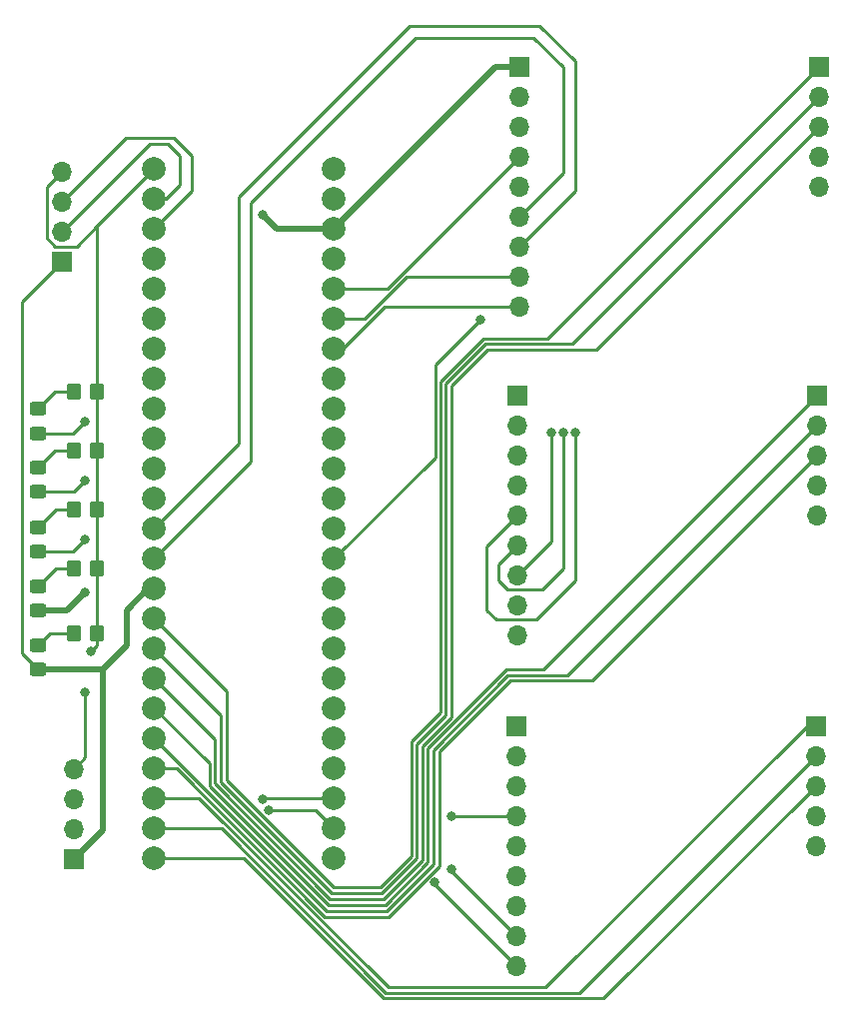
<source format=gbr>
%TF.GenerationSoftware,KiCad,Pcbnew,7.0.7*%
%TF.CreationDate,2024-06-05T22:00:52-04:00*%
%TF.ProjectId,Ground Receiver v2,47726f75-6e64-4205-9265-636569766572,rev?*%
%TF.SameCoordinates,Original*%
%TF.FileFunction,Copper,L1,Top*%
%TF.FilePolarity,Positive*%
%FSLAX46Y46*%
G04 Gerber Fmt 4.6, Leading zero omitted, Abs format (unit mm)*
G04 Created by KiCad (PCBNEW 7.0.7) date 2024-06-05 22:00:52*
%MOMM*%
%LPD*%
G01*
G04 APERTURE LIST*
G04 Aperture macros list*
%AMRoundRect*
0 Rectangle with rounded corners*
0 $1 Rounding radius*
0 $2 $3 $4 $5 $6 $7 $8 $9 X,Y pos of 4 corners*
0 Add a 4 corners polygon primitive as box body*
4,1,4,$2,$3,$4,$5,$6,$7,$8,$9,$2,$3,0*
0 Add four circle primitives for the rounded corners*
1,1,$1+$1,$2,$3*
1,1,$1+$1,$4,$5*
1,1,$1+$1,$6,$7*
1,1,$1+$1,$8,$9*
0 Add four rect primitives between the rounded corners*
20,1,$1+$1,$2,$3,$4,$5,0*
20,1,$1+$1,$4,$5,$6,$7,0*
20,1,$1+$1,$6,$7,$8,$9,0*
20,1,$1+$1,$8,$9,$2,$3,0*%
G04 Aperture macros list end*
%TA.AperFunction,SMDPad,CuDef*%
%ADD10RoundRect,0.250000X-0.350000X-0.450000X0.350000X-0.450000X0.350000X0.450000X-0.350000X0.450000X0*%
%TD*%
%TA.AperFunction,ComponentPad*%
%ADD11R,1.700000X1.700000*%
%TD*%
%TA.AperFunction,ComponentPad*%
%ADD12O,1.700000X1.700000*%
%TD*%
%TA.AperFunction,ComponentPad*%
%ADD13C,2.000000*%
%TD*%
%TA.AperFunction,SMDPad,CuDef*%
%ADD14RoundRect,0.250000X0.350000X0.450000X-0.350000X0.450000X-0.350000X-0.450000X0.350000X-0.450000X0*%
%TD*%
%TA.AperFunction,SMDPad,CuDef*%
%ADD15RoundRect,0.250000X-0.450000X0.325000X-0.450000X-0.325000X0.450000X-0.325000X0.450000X0.325000X0*%
%TD*%
%TA.AperFunction,ViaPad*%
%ADD16C,0.800000*%
%TD*%
%TA.AperFunction,Conductor*%
%ADD17C,0.250000*%
%TD*%
%TA.AperFunction,Conductor*%
%ADD18C,0.500000*%
%TD*%
G04 APERTURE END LIST*
D10*
%TO.P,R3,1*%
%TO.N,Net-(D3-K)*%
X118500000Y-101500000D03*
%TO.P,R3,2*%
%TO.N,/GND*%
X120500000Y-101500000D03*
%TD*%
D11*
%TO.P,J8,1,Pin_1*%
%TO.N,/3.3V B*%
X118500000Y-131120000D03*
D12*
%TO.P,J8,2,Pin_2*%
%TO.N,/RX8*%
X118500000Y-128580000D03*
%TO.P,J8,3,Pin_3*%
%TO.N,/TX8*%
X118500000Y-126040000D03*
%TO.P,J8,4,Pin_4*%
%TO.N,/GND*%
X118500000Y-123500000D03*
%TD*%
D11*
%TO.P,J7,1,Pin_1*%
%TO.N,/3.3V B*%
X117500000Y-80500000D03*
D12*
%TO.P,J7,2,Pin_2*%
%TO.N,/RX1*%
X117500000Y-77960000D03*
%TO.P,J7,3,Pin_3*%
%TO.N,/TX1*%
X117500000Y-75420000D03*
%TO.P,J7,4,Pin_4*%
%TO.N,/GND*%
X117500000Y-72880000D03*
%TD*%
D13*
%TO.P,Teensy4.1,0,GND*%
%TO.N,/GND*%
X125315000Y-72625000D03*
%TO.P,Teensy4.1,1,RX1*%
%TO.N,/RX1*%
X125315000Y-75165000D03*
%TO.P,Teensy4.1,2,TX1*%
%TO.N,/TX1*%
X125315000Y-77705000D03*
%TO.P,Teensy4.1,3,PWM*%
%TO.N,unconnected-(Teensy4.1-PWM-Pad3)*%
X125315000Y-80245000D03*
%TO.P,Teensy4.1,4,PWM*%
%TO.N,unconnected-(Teensy4.1-PWM-Pad4)*%
X125315000Y-82785000D03*
%TO.P,Teensy4.1,5,PWM*%
%TO.N,unconnected-(Teensy4.1-PWM-Pad5)*%
X125315000Y-85325000D03*
%TO.P,Teensy4.1,6,PWM*%
%TO.N,unconnected-(Teensy4.1-PWM-Pad6)*%
X125315000Y-87865000D03*
%TO.P,Teensy4.1,7,PWM*%
%TO.N,unconnected-(Teensy4.1-PWM-Pad7)*%
X125315000Y-90405000D03*
%TO.P,Teensy4.1,8,RX2*%
%TO.N,unconnected-(Teensy4.1-RX2-Pad8)*%
X125315000Y-92945000D03*
%TO.P,Teensy4.1,9,TX2*%
%TO.N,unconnected-(Teensy4.1-TX2-Pad9)*%
X125315000Y-95485000D03*
%TO.P,Teensy4.1,10,PWM*%
%TO.N,unconnected-(Teensy4.1-PWM-Pad10)*%
X125315000Y-98025000D03*
%TO.P,Teensy4.1,11,CS*%
%TO.N,unconnected-(Teensy4.1-CS-Pad11)*%
X125315000Y-100565000D03*
%TO.P,Teensy4.1,12,MOSI*%
%TO.N,/MOSI*%
X125315000Y-103105000D03*
%TO.P,Teensy4.1,13,MISO*%
%TO.N,/MISO*%
X125315000Y-105645000D03*
%TO.P,Teensy4.1,14,3.3V*%
%TO.N,/3.3V B*%
X125315000Y-108185000D03*
%TO.P,Teensy4.1,15,SCL2*%
%TO.N,/G1_1*%
X125315000Y-110725000D03*
%TO.P,Teensy4.1,16,SDA2*%
%TO.N,/G2_1*%
X125315000Y-113265000D03*
%TO.P,Teensy4.1,17,MOSI1*%
%TO.N,/G3_1*%
X125315000Y-115805000D03*
%TO.P,Teensy4.1,18,SCK1*%
%TO.N,/G1_2*%
X125315000Y-118345000D03*
%TO.P,Teensy4.1,19,RX7*%
%TO.N,/G2_2*%
X125315000Y-120885000D03*
%TO.P,Teensy4.1,20,TX7*%
%TO.N,/G3_2*%
X125315000Y-123425000D03*
%TO.P,Teensy4.1,21,GPIO*%
%TO.N,/G1_3*%
X125315000Y-125965000D03*
%TO.P,Teensy4.1,22,GPIO*%
%TO.N,/G2_3*%
X125315000Y-128505000D03*
%TO.P,Teensy4.1,23,GPIO*%
%TO.N,/G3_3*%
X125315000Y-131045000D03*
%TO.P,Teensy4.1,24,PWM*%
%TO.N,unconnected-(Teensy4.1-PWM-Pad24)*%
X140555000Y-131045000D03*
%TO.P,Teensy4.1,25,RX8*%
%TO.N,/RX8*%
X140555000Y-128505000D03*
%TO.P,Teensy4.1,26,TX8*%
%TO.N,/TX8*%
X140555000Y-125965000D03*
%TO.P,Teensy4.1,27,PWM*%
%TO.N,unconnected-(Teensy4.1-PWM-Pad27)*%
X140555000Y-123425000D03*
%TO.P,Teensy4.1,28,PWM*%
%TO.N,unconnected-(Teensy4.1-PWM-Pad28)*%
X140555000Y-120885000D03*
%TO.P,Teensy4.1,29,CS1*%
%TO.N,unconnected-(Teensy4.1-CS1-Pad29)*%
X140555000Y-118345000D03*
%TO.P,Teensy4.1,30,MISO*%
%TO.N,unconnected-(Teensy4.1-MISO-Pad30)*%
X140555000Y-115805000D03*
%TO.P,Teensy4.1,31,A16*%
%TO.N,unconnected-(Teensy4.1-A16-Pad31)*%
X140555000Y-113265000D03*
%TO.P,Teensy4.1,32,A17*%
%TO.N,unconnected-(Teensy4.1-A17-Pad32)*%
X140555000Y-110725000D03*
%TO.P,Teensy4.1,33,GND*%
%TO.N,/GND3*%
X140555000Y-108185000D03*
%TO.P,Teensy4.1,34,SCK*%
%TO.N,/SCK*%
X140555000Y-105645000D03*
%TO.P,Teensy4.1,35,A0*%
%TO.N,/RST3*%
X140555000Y-103105000D03*
%TO.P,Teensy4.1,36,A1*%
%TO.N,/CS3*%
X140555000Y-100565000D03*
%TO.P,Teensy4.1,37,A2*%
%TO.N,/INT3*%
X140555000Y-98025000D03*
%TO.P,Teensy4.1,38,A3*%
%TO.N,/RST2*%
X140555000Y-95485000D03*
%TO.P,Teensy4.1,39,SDA*%
%TO.N,/CS2*%
X140555000Y-92945000D03*
%TO.P,Teensy4.1,40,SCL*%
%TO.N,/INT2*%
X140555000Y-90405000D03*
%TO.P,Teensy4.1,41,TX5*%
%TO.N,/RST1*%
X140555000Y-87865000D03*
%TO.P,Teensy4.1,42,RX5*%
%TO.N,/CS1*%
X140555000Y-85325000D03*
%TO.P,Teensy4.1,43,PWM*%
%TO.N,/INT1*%
X140555000Y-82785000D03*
%TO.P,Teensy4.1,44,PWM*%
%TO.N,unconnected-(Teensy4.1-PWM-Pad44)*%
X140555000Y-80245000D03*
%TO.P,Teensy4.1,45,3.3V*%
%TO.N,/3.3V A*%
X140555000Y-77705000D03*
%TO.P,Teensy4.1,46,GND*%
%TO.N,/GND1*%
X140555000Y-75165000D03*
%TO.P,Teensy4.1,47,Vin*%
%TO.N,unconnected-(Teensy4.1-Vin-Pad47)*%
X140555000Y-72625000D03*
%TD*%
D14*
%TO.P,RVB1,1*%
%TO.N,/GND*%
X120500000Y-112000000D03*
%TO.P,RVB1,2*%
%TO.N,Net-(DVB1-K)*%
X118500000Y-112000000D03*
%TD*%
D11*
%TO.P,J3,1,Pin_1*%
%TO.N,/3.3V B*%
X156000000Y-119850000D03*
D12*
%TO.P,J3,2,Pin_2*%
%TO.N,/GND3*%
X156000000Y-122390000D03*
%TO.P,J3,3,Pin_3*%
%TO.N,unconnected-(J3-Pin_3-Pad3)*%
X156000000Y-124930000D03*
%TO.P,J3,4,Pin_4*%
%TO.N,/INT3*%
X156000000Y-127470000D03*
%TO.P,J3,5,Pin_5*%
%TO.N,/SCK*%
X156000000Y-130010000D03*
%TO.P,J3,6,Pin_6*%
%TO.N,/MISO*%
X156000000Y-132550000D03*
%TO.P,J3,7,Pin_7*%
%TO.N,/MOSI*%
X156000000Y-135090000D03*
%TO.P,J3,8,Pin_8*%
%TO.N,/CS3*%
X156000000Y-137630000D03*
%TO.P,J3,9,Pin_9*%
%TO.N,/RST3*%
X156000000Y-140170000D03*
%TD*%
D11*
%TO.P,J5,1,Pin_1*%
%TO.N,/G1_2*%
X181550000Y-91800000D03*
D12*
%TO.P,J5,2,Pin_2*%
%TO.N,/G2_2*%
X181550000Y-94340000D03*
%TO.P,J5,3,Pin_3*%
%TO.N,/G3_2*%
X181550000Y-96880000D03*
%TO.P,J5,4,Pin_4*%
%TO.N,unconnected-(J5-Pin_4-Pad4)*%
X181550000Y-99420000D03*
%TO.P,J5,5,Pin_5*%
%TO.N,unconnected-(J5-Pin_5-Pad5)*%
X181550000Y-101960000D03*
%TD*%
D15*
%TO.P,DVA1,1,K*%
%TO.N,Net-(DVA1-K)*%
X115500000Y-108000000D03*
%TO.P,DVA1,2,A*%
%TO.N,/3.3V A*%
X115500000Y-110050000D03*
%TD*%
%TO.P,D2,1,K*%
%TO.N,Net-(D2-K)*%
X115500000Y-97950000D03*
%TO.P,D2,2,A*%
%TO.N,/INT2*%
X115500000Y-100000000D03*
%TD*%
D11*
%TO.P,J2,1,Pin_1*%
%TO.N,/3.3V A*%
X156150000Y-91800000D03*
D12*
%TO.P,J2,2,Pin_2*%
%TO.N,/GND1*%
X156150000Y-94340000D03*
%TO.P,J2,3,Pin_3*%
%TO.N,unconnected-(J2-Pin_3-Pad3)*%
X156150000Y-96880000D03*
%TO.P,J2,4,Pin_4*%
%TO.N,/INT2*%
X156150000Y-99420000D03*
%TO.P,J2,5,Pin_5*%
%TO.N,/SCK*%
X156150000Y-101960000D03*
%TO.P,J2,6,Pin_6*%
%TO.N,/MISO*%
X156150000Y-104500000D03*
%TO.P,J2,7,Pin_7*%
%TO.N,/MOSI*%
X156150000Y-107040000D03*
%TO.P,J2,8,Pin_8*%
%TO.N,/CS2*%
X156150000Y-109580000D03*
%TO.P,J2,9,Pin_9*%
%TO.N,/RST2*%
X156150000Y-112120000D03*
%TD*%
D10*
%TO.P,R1,1*%
%TO.N,Net-(D1-K)*%
X118500000Y-91500000D03*
%TO.P,R1,2*%
%TO.N,/GND*%
X120500000Y-91500000D03*
%TD*%
D14*
%TO.P,RVA1,1*%
%TO.N,/GND*%
X120500000Y-106500000D03*
%TO.P,RVA1,2*%
%TO.N,Net-(DVA1-K)*%
X118500000Y-106500000D03*
%TD*%
D15*
%TO.P,D1,1,K*%
%TO.N,Net-(D1-K)*%
X115475000Y-92975000D03*
%TO.P,D1,2,A*%
%TO.N,/INT1*%
X115475000Y-95025000D03*
%TD*%
%TO.P,DVB1,1,K*%
%TO.N,Net-(DVB1-K)*%
X115500000Y-113000000D03*
%TO.P,DVB1,2,A*%
%TO.N,/3.3V B*%
X115500000Y-115050000D03*
%TD*%
D11*
%TO.P,J4,1,Pin_1*%
%TO.N,/G1_1*%
X181650000Y-64000000D03*
D12*
%TO.P,J4,2,Pin_2*%
%TO.N,/G2_1*%
X181650000Y-66540000D03*
%TO.P,J4,3,Pin_3*%
%TO.N,/G3_1*%
X181650000Y-69080000D03*
%TO.P,J4,4,Pin_4*%
%TO.N,unconnected-(J4-Pin_4-Pad4)*%
X181650000Y-71620000D03*
%TO.P,J4,5,Pin_5*%
%TO.N,unconnected-(J4-Pin_5-Pad5)*%
X181650000Y-74160000D03*
%TD*%
D11*
%TO.P,J1,1,Pin_1*%
%TO.N,/3.3V A*%
X156250000Y-64000000D03*
D12*
%TO.P,J1,2,Pin_2*%
%TO.N,/GND1*%
X156250000Y-66540000D03*
%TO.P,J1,3,Pin_3*%
%TO.N,unconnected-(J1-Pin_3-Pad3)*%
X156250000Y-69080000D03*
%TO.P,J1,4,Pin_4*%
%TO.N,/INT1*%
X156250000Y-71620000D03*
%TO.P,J1,5,Pin_5*%
%TO.N,/SCK*%
X156250000Y-74160000D03*
%TO.P,J1,6,Pin_6*%
%TO.N,/MISO*%
X156250000Y-76700000D03*
%TO.P,J1,7,Pin_7*%
%TO.N,/MOSI*%
X156250000Y-79240000D03*
%TO.P,J1,8,Pin_8*%
%TO.N,/CS1*%
X156250000Y-81780000D03*
%TO.P,J1,9,Pin_9*%
%TO.N,/RST1*%
X156250000Y-84320000D03*
%TD*%
D10*
%TO.P,R2,1*%
%TO.N,Net-(D2-K)*%
X118500000Y-96500000D03*
%TO.P,R2,2*%
%TO.N,/GND*%
X120500000Y-96500000D03*
%TD*%
D11*
%TO.P,J6,1,Pin_1*%
%TO.N,/G1_3*%
X181400000Y-119850000D03*
D12*
%TO.P,J6,2,Pin_2*%
%TO.N,/G2_3*%
X181400000Y-122390000D03*
%TO.P,J6,3,Pin_3*%
%TO.N,/G3_3*%
X181400000Y-124930000D03*
%TO.P,J6,4,Pin_4*%
%TO.N,unconnected-(J6-Pin_4-Pad4)*%
X181400000Y-127470000D03*
%TO.P,J6,5,Pin_5*%
%TO.N,unconnected-(J6-Pin_5-Pad5)*%
X181400000Y-130010000D03*
%TD*%
D15*
%TO.P,D3,1,K*%
%TO.N,Net-(D3-K)*%
X115500000Y-103000000D03*
%TO.P,D3,2,A*%
%TO.N,/INT3*%
X115500000Y-105050000D03*
%TD*%
D16*
%TO.N,/SCK*%
X153000000Y-85400000D03*
%TO.N,/INT1*%
X119500000Y-94000000D03*
%TO.N,/INT2*%
X119500000Y-99000000D03*
%TO.N,/INT3*%
X150500000Y-127500000D03*
X119500000Y-104000000D03*
%TO.N,/GND*%
X120000000Y-113500000D03*
X119500000Y-117000000D03*
%TO.N,/MOSI*%
X159000000Y-95000000D03*
%TO.N,/MISO*%
X160000000Y-95000000D03*
%TO.N,/SCK*%
X161000000Y-95000000D03*
%TO.N,/3.3V A*%
X119500000Y-108500000D03*
X134500000Y-76500000D03*
%TO.N,/RST3*%
X149103289Y-133103289D03*
%TO.N,/CS3*%
X150500000Y-132000000D03*
%TO.N,/RX8*%
X135012299Y-126987701D03*
%TO.N,/TX8*%
X134500000Y-126000000D03*
%TD*%
D17*
%TO.N,/SCK*%
X149150000Y-89250000D02*
X153000000Y-85400000D01*
X149150000Y-97050000D02*
X149150000Y-89250000D01*
X140555000Y-105645000D02*
X149150000Y-97050000D01*
%TO.N,Net-(D1-K)*%
X115475000Y-92975000D02*
X116950000Y-91500000D01*
X116950000Y-91500000D02*
X118500000Y-91500000D01*
%TO.N,/INT1*%
X140555000Y-82785000D02*
X145085000Y-82785000D01*
X145085000Y-82785000D02*
X156250000Y-71620000D01*
X118475000Y-95025000D02*
X119500000Y-94000000D01*
X115475000Y-95025000D02*
X118475000Y-95025000D01*
%TO.N,Net-(D2-K)*%
X115500000Y-97950000D02*
X116950000Y-96500000D01*
X116950000Y-96500000D02*
X118500000Y-96500000D01*
%TO.N,/INT2*%
X115500000Y-100000000D02*
X118500000Y-100000000D01*
X118500000Y-100000000D02*
X119500000Y-99000000D01*
X139905000Y-90405000D02*
X140555000Y-90405000D01*
%TO.N,Net-(D3-K)*%
X117000000Y-101500000D02*
X118500000Y-101500000D01*
X115500000Y-103000000D02*
X117000000Y-101500000D01*
%TO.N,/INT3*%
X115500000Y-105050000D02*
X118450000Y-105050000D01*
X118450000Y-105050000D02*
X119500000Y-104000000D01*
X156000000Y-127470000D02*
X150530000Y-127470000D01*
X150530000Y-127470000D02*
X150500000Y-127500000D01*
%TO.N,/GND*%
X116900000Y-79200000D02*
X118740000Y-79200000D01*
X117500000Y-72880000D02*
X116200000Y-74180000D01*
X119500000Y-122500000D02*
X119500000Y-117000000D01*
X116200000Y-74180000D02*
X116200000Y-78500000D01*
X120500000Y-113000000D02*
X120000000Y-113500000D01*
X120500000Y-96500000D02*
X120500000Y-101500000D01*
X120500000Y-77440000D02*
X125315000Y-72625000D01*
X120500000Y-91500000D02*
X120500000Y-77440000D01*
X120500000Y-106500000D02*
X120500000Y-112000000D01*
X116200000Y-78500000D02*
X116900000Y-79200000D01*
X120500000Y-112000000D02*
X120500000Y-113000000D01*
X118500000Y-123500000D02*
X119500000Y-122500000D01*
X120500000Y-91500000D02*
X120500000Y-96500000D01*
X118740000Y-79200000D02*
X120500000Y-77440000D01*
X120500000Y-101500000D02*
X120500000Y-106500000D01*
%TO.N,Net-(DVB1-K)*%
X115500000Y-113000000D02*
X115525000Y-113025000D01*
X115500000Y-113000000D02*
X116500000Y-112000000D01*
X116500000Y-112000000D02*
X118500000Y-112000000D01*
D18*
%TO.N,/3.3V B*%
X125315000Y-108185000D02*
X124815000Y-108185000D01*
D17*
X114100000Y-113650000D02*
X115500000Y-115050000D01*
D18*
X120950000Y-115050000D02*
X115500000Y-115050000D01*
X120950000Y-128670000D02*
X118500000Y-131120000D01*
X123000000Y-113000000D02*
X120950000Y-115050000D01*
X123000000Y-110000000D02*
X123000000Y-113000000D01*
X124815000Y-108185000D02*
X123000000Y-110000000D01*
D17*
X114100000Y-83900000D02*
X114100000Y-113650000D01*
X117500000Y-80500000D02*
X114100000Y-83900000D01*
D18*
X120950000Y-115050000D02*
X120950000Y-128670000D01*
D17*
%TO.N,/RST1*%
X144822792Y-84320000D02*
X141277792Y-87865000D01*
X156250000Y-84320000D02*
X144822792Y-84320000D01*
X141277792Y-87865000D02*
X140555000Y-87865000D01*
%TO.N,/CS1*%
X143181396Y-85325000D02*
X140555000Y-85325000D01*
X156250000Y-81780000D02*
X146726396Y-81780000D01*
X146726396Y-81780000D02*
X143181396Y-85325000D01*
%TO.N,/MOSI*%
X132500000Y-75000000D02*
X147000000Y-60500000D01*
X159000000Y-104190000D02*
X159000000Y-95000000D01*
X161000000Y-63500000D02*
X161000000Y-74490000D01*
X156150000Y-107040000D02*
X159000000Y-104190000D01*
X161000000Y-74490000D02*
X156250000Y-79240000D01*
X147000000Y-60500000D02*
X158000000Y-60500000D01*
X125315000Y-103105000D02*
X132500000Y-95920000D01*
X132500000Y-95920000D02*
X132500000Y-75000000D01*
X158000000Y-60500000D02*
X161000000Y-63500000D01*
%TO.N,/MISO*%
X158200000Y-108300000D02*
X155300000Y-108300000D01*
X133500000Y-97460000D02*
X133500000Y-75500000D01*
X154500000Y-106150000D02*
X156150000Y-104500000D01*
X160000000Y-64000000D02*
X160000000Y-72950000D01*
X147500000Y-61500000D02*
X157500000Y-61500000D01*
X133500000Y-75500000D02*
X147500000Y-61500000D01*
X157500000Y-61500000D02*
X160000000Y-64000000D01*
X125626917Y-105333083D02*
X133500000Y-97460000D01*
X154500000Y-107500000D02*
X154500000Y-106150000D01*
X160000000Y-72950000D02*
X156250000Y-76700000D01*
X155300000Y-108300000D02*
X154500000Y-107500000D01*
X160000000Y-95000000D02*
X160000000Y-106500000D01*
X160000000Y-106500000D02*
X158200000Y-108300000D01*
%TO.N,/SCK*%
X153500000Y-110000000D02*
X154300000Y-110800000D01*
X157700000Y-110800000D02*
X161000000Y-107500000D01*
X161000000Y-107500000D02*
X161000000Y-95000000D01*
X153500000Y-104610000D02*
X153500000Y-110000000D01*
X154300000Y-110800000D02*
X157700000Y-110800000D01*
X156150000Y-101960000D02*
X153500000Y-104610000D01*
D18*
%TO.N,/3.3V A*%
X134500000Y-76500000D02*
X135705000Y-77705000D01*
X117950000Y-110050000D02*
X119500000Y-108500000D01*
X135705000Y-77705000D02*
X140555000Y-77705000D01*
X115500000Y-110050000D02*
X117950000Y-110050000D01*
X154260000Y-64000000D02*
X156250000Y-64000000D01*
X140555000Y-77705000D02*
X154260000Y-64000000D01*
D17*
%TO.N,/RST3*%
X149103289Y-133273289D02*
X149103289Y-133103289D01*
X156000000Y-140170000D02*
X149103289Y-133273289D01*
%TO.N,/CS3*%
X156000000Y-137630000D02*
X150500000Y-132130000D01*
X150500000Y-132130000D02*
X150500000Y-132000000D01*
%TO.N,/G1_1*%
X147150000Y-121168020D02*
X149600000Y-118718020D01*
X140500000Y-133500000D02*
X144500000Y-133500000D01*
X131450000Y-116860000D02*
X131450000Y-124450000D01*
X149600000Y-90627208D02*
X153227208Y-87000000D01*
X149600000Y-118718020D02*
X149600000Y-90627208D01*
X125315000Y-110725000D02*
X131450000Y-116860000D01*
X153227208Y-87000000D02*
X158650000Y-87000000D01*
X131450000Y-124450000D02*
X140500000Y-133500000D01*
X158650000Y-87000000D02*
X181650000Y-64000000D01*
X147150000Y-130850000D02*
X147150000Y-121168020D01*
X144500000Y-133500000D02*
X147150000Y-130850000D01*
%TO.N,/G2_1*%
X125315000Y-113265000D02*
X131000000Y-118950000D01*
X131000000Y-118950000D02*
X131000000Y-124636396D01*
X140363604Y-134000000D02*
X144636396Y-134000000D01*
X153413604Y-87450000D02*
X160740000Y-87450000D01*
X147600000Y-131036396D02*
X147600000Y-121354416D01*
X150050000Y-118904416D02*
X150050000Y-90813604D01*
X147600000Y-121354416D02*
X150050000Y-118904416D01*
X150050000Y-90813604D02*
X153413604Y-87450000D01*
X144636396Y-134000000D02*
X147600000Y-131036396D01*
X160740000Y-87450000D02*
X181650000Y-66540000D01*
X131000000Y-124636396D02*
X140363604Y-134000000D01*
%TO.N,/G3_1*%
X140227208Y-134500000D02*
X144772792Y-134500000D01*
X144772792Y-134500000D02*
X148050000Y-131222792D01*
X130450000Y-124722792D02*
X140227208Y-134500000D01*
X153600000Y-87900000D02*
X162830000Y-87900000D01*
X125315000Y-115805000D02*
X130450000Y-120940000D01*
X150500000Y-119090812D02*
X150500000Y-91000000D01*
X148050000Y-131222792D02*
X148050000Y-121540812D01*
X130450000Y-120940000D02*
X130450000Y-124722792D01*
X162830000Y-87900000D02*
X181650000Y-69080000D01*
X148050000Y-121540812D02*
X150500000Y-119090812D01*
X150500000Y-91000000D02*
X153600000Y-87900000D01*
%TO.N,/G1_2*%
X130000000Y-124909188D02*
X140090812Y-135000000D01*
X140090812Y-135000000D02*
X144909188Y-135000000D01*
X158350000Y-115000000D02*
X181550000Y-91800000D01*
X148500000Y-121727208D02*
X155227208Y-115000000D01*
X148500000Y-131409188D02*
X148500000Y-121727208D01*
X144909188Y-135000000D02*
X148500000Y-131409188D01*
X155227208Y-115000000D02*
X158350000Y-115000000D01*
X130000000Y-123030000D02*
X130000000Y-124909188D01*
X125315000Y-118345000D02*
X130000000Y-123030000D01*
%TO.N,/G2_2*%
X160340000Y-115550000D02*
X181550000Y-94340000D01*
X149000000Y-121863604D02*
X155313604Y-115550000D01*
X155313604Y-115550000D02*
X160340000Y-115550000D01*
X149000000Y-131545584D02*
X149000000Y-121863604D01*
X125315000Y-120885000D02*
X139930000Y-135500000D01*
X139930000Y-135500000D02*
X145045584Y-135500000D01*
X145045584Y-135500000D02*
X149000000Y-131545584D01*
%TO.N,/G3_2*%
X149500000Y-131681980D02*
X149500000Y-122000000D01*
X149500000Y-122000000D02*
X155500000Y-116000000D01*
X155500000Y-116000000D02*
X162430000Y-116000000D01*
X162430000Y-116000000D02*
X181550000Y-96880000D01*
X139793604Y-136000000D02*
X145181980Y-136000000D01*
X125315000Y-123425000D02*
X127218604Y-123425000D01*
X145181980Y-136000000D02*
X149500000Y-131681980D01*
X127218604Y-123425000D02*
X139793604Y-136000000D01*
%TO.N,/G1_3*%
X180650000Y-119850000D02*
X181400000Y-119850000D01*
X158500000Y-142000000D02*
X180650000Y-119850000D01*
X129122208Y-125965000D02*
X145157208Y-142000000D01*
X145157208Y-142000000D02*
X158500000Y-142000000D01*
X125315000Y-125965000D02*
X129122208Y-125965000D01*
%TO.N,/G2_3*%
X131025812Y-128505000D02*
X144970812Y-142450000D01*
X161340000Y-142450000D02*
X181400000Y-122390000D01*
X125315000Y-128505000D02*
X131025812Y-128505000D01*
X144970812Y-142450000D02*
X161340000Y-142450000D01*
%TO.N,/G3_3*%
X132929416Y-131045000D02*
X144784416Y-142900000D01*
X163430000Y-142900000D02*
X181400000Y-124930000D01*
X125315000Y-131045000D02*
X132929416Y-131045000D01*
X144784416Y-142900000D02*
X163430000Y-142900000D01*
%TO.N,/RX1*%
X126335000Y-75165000D02*
X125315000Y-75165000D01*
X117500000Y-77960000D02*
X124960000Y-70500000D01*
X127500000Y-71500000D02*
X127500000Y-74000000D01*
X124960000Y-70500000D02*
X126500000Y-70500000D01*
X126500000Y-70500000D02*
X127500000Y-71500000D01*
X127500000Y-74000000D02*
X126335000Y-75165000D01*
%TO.N,/TX1*%
X122920000Y-70000000D02*
X127000000Y-70000000D01*
X128500000Y-74520000D02*
X125315000Y-77705000D01*
X128500000Y-71500000D02*
X128500000Y-74520000D01*
X127000000Y-70000000D02*
X128500000Y-71500000D01*
X117500000Y-75420000D02*
X122920000Y-70000000D01*
%TO.N,/RX8*%
X140555000Y-128505000D02*
X139050000Y-127000000D01*
X135024598Y-127000000D02*
X135012299Y-126987701D01*
X139050000Y-127000000D02*
X135024598Y-127000000D01*
%TO.N,/TX8*%
X134500000Y-126000000D02*
X134535000Y-125965000D01*
X134535000Y-125965000D02*
X140555000Y-125965000D01*
X140555000Y-125298833D02*
X140555000Y-125965000D01*
%TO.N,Net-(DVA1-K)*%
X117000000Y-106500000D02*
X118500000Y-106500000D01*
X115500000Y-108000000D02*
X117000000Y-106500000D01*
%TD*%
M02*

</source>
